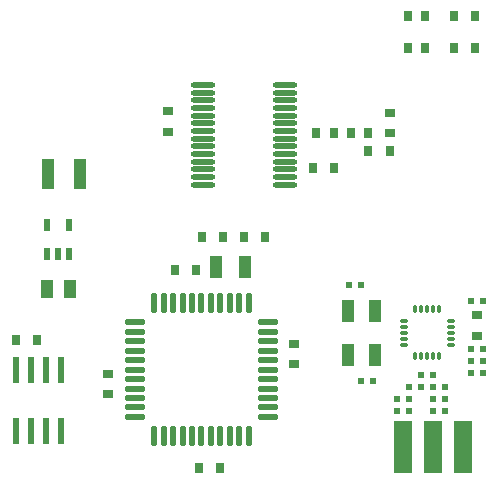
<source format=gtp>
%FSLAX25Y25*%
%MOIN*%
G70*
G01*
G75*
G04 Layer_Color=8421504*
%ADD10R,0.02362X0.08661*%
%ADD11R,0.02362X0.08661*%
%ADD12R,0.02362X0.02362*%
%ADD13R,0.03543X0.02953*%
%ADD14R,0.02953X0.03543*%
%ADD15O,0.02165X0.06890*%
%ADD16O,0.06890X0.02165*%
%ADD17R,0.04134X0.05906*%
%ADD18R,0.02362X0.04134*%
%ADD19R,0.03937X0.09843*%
%ADD20O,0.08268X0.01772*%
%ADD21R,0.02756X0.03543*%
%ADD22R,0.03150X0.03740*%
%ADD23R,0.04331X0.07480*%
%ADD24O,0.03150X0.01181*%
%ADD25O,0.01181X0.03150*%
%ADD26R,0.05906X0.17716*%
%ADD27R,0.04331X0.07480*%
%ADD28C,0.01200*%
%ADD29C,0.01000*%
%ADD30C,0.02000*%
%ADD31C,0.19685*%
%ADD32C,0.04921*%
%ADD33R,0.04921X0.04921*%
%ADD34R,0.09055X0.09055*%
%ADD35C,0.09055*%
G04:AMPARAMS|DCode=36|XSize=196.85mil|YSize=137.8mil|CornerRadius=0mil|HoleSize=0mil|Usage=FLASHONLY|Rotation=270.000|XOffset=0mil|YOffset=0mil|HoleType=Round|Shape=Octagon|*
%AMOCTAGOND36*
4,1,8,-0.03445,-0.09843,0.03445,-0.09843,0.06890,-0.06398,0.06890,0.06398,0.03445,0.09843,-0.03445,0.09843,-0.06890,0.06398,-0.06890,-0.06398,-0.03445,-0.09843,0.0*
%
%ADD36OCTAGOND36*%

G04:AMPARAMS|DCode=37|XSize=196.85mil|YSize=137.8mil|CornerRadius=0mil|HoleSize=0mil|Usage=FLASHONLY|Rotation=0.000|XOffset=0mil|YOffset=0mil|HoleType=Round|Shape=Octagon|*
%AMOCTAGOND37*
4,1,8,0.09843,-0.03445,0.09843,0.03445,0.06398,0.06890,-0.06398,0.06890,-0.09843,0.03445,-0.09843,-0.03445,-0.06398,-0.06890,0.06398,-0.06890,0.09843,-0.03445,0.0*
%
%ADD37OCTAGOND37*%

%ADD38R,0.05906X0.05906*%
%ADD39C,0.05906*%
%ADD40C,0.06000*%
%ADD41C,0.13780*%
%ADD42C,0.02400*%
%ADD43C,0.00984*%
%ADD44C,0.00787*%
%ADD45C,0.02362*%
%ADD46C,0.00800*%
%ADD47C,0.00700*%
%ADD48C,0.00500*%
%ADD49C,0.00492*%
%ADD50C,0.00591*%
D10*
X498500Y749236D02*
D03*
X503500D02*
D03*
X508500D02*
D03*
X498500Y728764D02*
D03*
X503500D02*
D03*
X508500D02*
D03*
X493500Y749236D02*
D03*
D11*
Y728764D02*
D03*
D12*
X620532Y735500D02*
D03*
X624469D02*
D03*
X620532Y739500D02*
D03*
X624469D02*
D03*
X628469Y743500D02*
D03*
X624532D02*
D03*
X628532Y747500D02*
D03*
X632469D02*
D03*
X636469Y735500D02*
D03*
X632531D02*
D03*
Y743500D02*
D03*
X636469D02*
D03*
X632531Y739500D02*
D03*
X636469D02*
D03*
X648969Y756000D02*
D03*
X645031D02*
D03*
X648969Y752000D02*
D03*
X645031D02*
D03*
Y748000D02*
D03*
X648969D02*
D03*
Y772000D02*
D03*
X645031D02*
D03*
X604531Y777500D02*
D03*
X608468D02*
D03*
X612468Y745500D02*
D03*
X608532D02*
D03*
D13*
X647000Y760555D02*
D03*
Y767445D02*
D03*
X524000Y747945D02*
D03*
Y741055D02*
D03*
X544000Y828555D02*
D03*
Y835445D02*
D03*
X618000Y828055D02*
D03*
Y834945D02*
D03*
X586000Y751055D02*
D03*
Y757945D02*
D03*
D14*
X639555Y867000D02*
D03*
X646445D02*
D03*
X639555Y856500D02*
D03*
X646445D02*
D03*
X500445Y759000D02*
D03*
X493555D02*
D03*
X599445Y816500D02*
D03*
X592555D02*
D03*
X554555Y716500D02*
D03*
X561445D02*
D03*
X569555Y793500D02*
D03*
X576445D02*
D03*
X562445D02*
D03*
X555555D02*
D03*
X546555Y782500D02*
D03*
X553445D02*
D03*
D15*
X539524Y771374D02*
D03*
X542673D02*
D03*
X545823D02*
D03*
X548972D02*
D03*
X552122D02*
D03*
X555272D02*
D03*
X558421D02*
D03*
X561571D02*
D03*
X564720D02*
D03*
X567870D02*
D03*
X571020D02*
D03*
Y727083D02*
D03*
X567870D02*
D03*
X564720D02*
D03*
X561571D02*
D03*
X558421D02*
D03*
X555272D02*
D03*
X552122D02*
D03*
X548972D02*
D03*
X545823D02*
D03*
X542673D02*
D03*
X539524D02*
D03*
D16*
X577417Y764976D02*
D03*
Y761827D02*
D03*
Y758677D02*
D03*
Y755528D02*
D03*
Y752378D02*
D03*
Y749228D02*
D03*
Y746079D02*
D03*
Y742929D02*
D03*
Y739780D02*
D03*
Y736630D02*
D03*
Y733480D02*
D03*
X533126D02*
D03*
Y736630D02*
D03*
Y739780D02*
D03*
Y742929D02*
D03*
Y746079D02*
D03*
Y749228D02*
D03*
Y752378D02*
D03*
Y755528D02*
D03*
Y758677D02*
D03*
Y761827D02*
D03*
Y764976D02*
D03*
D17*
X503661Y776000D02*
D03*
X511339D02*
D03*
D18*
X503760Y787677D02*
D03*
X507500D02*
D03*
X511240D02*
D03*
Y797323D02*
D03*
X503760D02*
D03*
D19*
X504185Y814500D02*
D03*
X514815D02*
D03*
D20*
X555917Y844134D02*
D03*
Y841575D02*
D03*
Y839016D02*
D03*
Y836457D02*
D03*
Y833898D02*
D03*
Y831339D02*
D03*
Y828780D02*
D03*
Y826221D02*
D03*
Y823661D02*
D03*
Y821102D02*
D03*
Y818543D02*
D03*
Y815984D02*
D03*
Y813425D02*
D03*
Y810866D02*
D03*
X583083Y844134D02*
D03*
Y841575D02*
D03*
Y839016D02*
D03*
Y836457D02*
D03*
Y833898D02*
D03*
Y831339D02*
D03*
Y828780D02*
D03*
Y826221D02*
D03*
Y823661D02*
D03*
Y821102D02*
D03*
Y818543D02*
D03*
Y815984D02*
D03*
Y813425D02*
D03*
Y810866D02*
D03*
D21*
X599453Y828000D02*
D03*
X593547D02*
D03*
X610953D02*
D03*
X605047D02*
D03*
X629953Y856500D02*
D03*
X624047D02*
D03*
X629953Y867000D02*
D03*
X624047D02*
D03*
D22*
X610957Y822000D02*
D03*
X618043D02*
D03*
D23*
X613028Y754216D02*
D03*
Y768784D02*
D03*
X603972D02*
D03*
Y754216D02*
D03*
D24*
X638374Y765437D02*
D03*
Y763469D02*
D03*
Y761500D02*
D03*
Y759531D02*
D03*
Y757563D02*
D03*
X622626D02*
D03*
Y759531D02*
D03*
Y761500D02*
D03*
Y763469D02*
D03*
Y765437D02*
D03*
D25*
X634437Y753626D02*
D03*
X632469D02*
D03*
X630500D02*
D03*
X628532D02*
D03*
X626563D02*
D03*
Y769374D02*
D03*
X628532D02*
D03*
X630500D02*
D03*
X632469D02*
D03*
X634437D02*
D03*
D26*
X632500Y723500D02*
D03*
X642500D02*
D03*
X622500D02*
D03*
D27*
X560079Y783500D02*
D03*
X569921D02*
D03*
M02*

</source>
